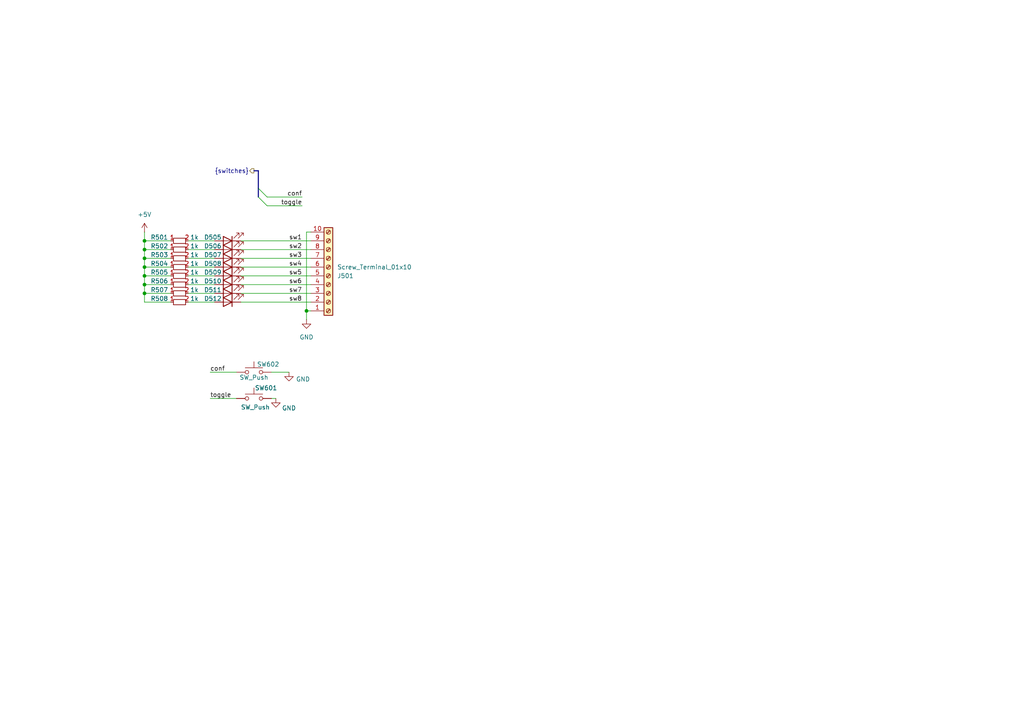
<source format=kicad_sch>
(kicad_sch (version 20231120) (generator "eeschema") (generator_version "8.0")
  (paper "A4")
  (lib_symbols
    (symbol "Connector:Screw_Terminal_01x10" (pin_names (offset 1.016) hide)
      (property "Reference" "J" (at 0 12.7 0))
      (property "Value" "Screw_Terminal_01x10" (at 0 -15.24 0))
      (symbol "Screw_Terminal_01x10_1_1"
        (rectangle (start -1.27 11.43) (end 1.27 -13.97) (stroke (width 0.254)) (fill (type background)))
        (circle (center 0 -12.7) (radius 0.635) (stroke (width 0.1524)))
        (circle (center 0 -10.16) (radius 0.635) (stroke (width 0.1524)))
        (circle (center 0 -7.62) (radius 0.635) (stroke (width 0.1524)))
        (circle (center 0 -5.08) (radius 0.635) (stroke (width 0.1524)))
        (circle (center 0 -2.54) (radius 0.635) (stroke (width 0.1524)))
        (polyline (pts (xy -0.5334 -12.3698) (xy 0.3302 -13.208)) (stroke (width 0.1524)))
        (polyline (pts (xy -0.5334 -9.8298) (xy 0.3302 -10.668)) (stroke (width 0.1524)))
        (polyline (pts (xy -0.5334 -7.2898) (xy 0.3302 -8.128)) (stroke (width 0.1524)))
        (polyline (pts (xy -0.5334 -4.7498) (xy 0.3302 -5.588)) (stroke (width 0.1524)))
        (polyline (pts (xy -0.5334 -2.2098) (xy 0.3302 -3.048)) (stroke (width 0.1524)))
        (polyline (pts (xy -0.5334 0.3302) (xy 0.3302 -0.508)) (stroke (width 0.1524)))
        (polyline (pts (xy -0.5334 2.8702) (xy 0.3302 2.032)) (stroke (width 0.1524)))
        (polyline (pts (xy -0.5334 5.4102) (xy 0.3302 4.572)) (stroke (width 0.1524)))
        (polyline (pts (xy -0.5334 7.9502) (xy 0.3302 7.112)) (stroke (width 0.1524)))
        (polyline (pts (xy -0.5334 10.4902) (xy 0.3302 9.652)) (stroke (width 0.1524)))
        (polyline (pts (xy -0.3556 -12.192) (xy 0.508 -13.0302)) (stroke (width 0.1524)))
        (polyline (pts (xy -0.3556 -9.652) (xy 0.508 -10.4902)) (stroke (width 0.1524)))
        (polyline (pts (xy -0.3556 -7.112) (xy 0.508 -7.9502)) (stroke (width 0.1524)))
        (polyline (pts (xy -0.3556 -4.572) (xy 0.508 -5.4102)) (stroke (width 0.1524)))
        (polyline (pts (xy -0.3556 -2.032) (xy 0.508 -2.8702)) (stroke (width 0.1524)))
        (polyline (pts (xy -0.3556 0.508) (xy 0.508 -0.3302)) (stroke (width 0.1524)))
        (polyline (pts (xy -0.3556 3.048) (xy 0.508 2.2098)) (stroke (width 0.1524)))
        (polyline (pts (xy -0.3556 5.588) (xy 0.508 4.7498)) (stroke (width 0.1524)))
        (polyline (pts (xy -0.3556 8.128) (xy 0.508 7.2898)) (stroke (width 0.1524)))
        (polyline (pts (xy -0.3556 10.668) (xy 0.508 9.8298)) (stroke (width 0.1524)))
        (circle (center 0 0) (radius 0.635) (stroke (width 0.1524)))
        (circle (center 0 2.54) (radius 0.635) (stroke (width 0.1524)))
        (circle (center 0 5.08) (radius 0.635) (stroke (width 0.1524)))
        (circle (center 0 7.62) (radius 0.635) (stroke (width 0.1524)))
        (circle (center 0 10.16) (radius 0.635) (stroke (width 0.1524)))
        (pin passive line (at -5.08 10.16 0) (length 3.81) (name "Pin_1") (number "1"))
        (pin passive line (at -5.08 -12.7 0) (length 3.81) (name "Pin_10") (number "10"))
        (pin passive line (at -5.08 7.62 0) (length 3.81) (name "Pin_2") (number "2"))
        (pin passive line (at -5.08 5.08 0) (length 3.81) (name "Pin_3") (number "3"))
        (pin passive line (at -5.08 2.54 0) (length 3.81) (name "Pin_4") (number "4"))
        (pin passive line (at -5.08 0 0) (length 3.81) (name "Pin_5") (number "5"))
        (pin passive line (at -5.08 -2.54 0) (length 3.81) (name "Pin_6") (number "6"))
        (pin passive line (at -5.08 -5.08 0) (length 3.81) (name "Pin_7") (number "7"))
        (pin passive line (at -5.08 -7.62 0) (length 3.81) (name "Pin_8") (number "8"))
        (pin passive line (at -5.08 -10.16 0) (length 3.81) (name "Pin_9") (number "9"))
      )
    )
    (symbol "GND_1" (power) (pin_numbers hide) (pin_names (offset 0) hide)
      (property "Value" "GND" (at 0 -3.81 0))
      (symbol "GND_1_0_1"
        (polyline (pts (xy 0 0) (xy 0 -1.27) (xy 1.27 -1.27) (xy 0 -2.54) (xy -1.27 -1.27) (xy 0 -1.27)))
      )
      (symbol "GND_1_1_1"
        (pin power_in line (at 0 0 270) (length 0) (name "~") (number "1"))
      )
    )
    (symbol "custom_kicad_lib_sk:LED" (pin_numbers hide) (pin_names (offset 1.016) hide)
      (property "Reference" "D" (at 0 2.54 0))
      (property "Value" "LED" (at 0 -2.54 0))
      (symbol "LED_0_1"
        (polyline (pts (xy -1.27 -1.27) (xy -1.27 1.27)) (stroke (width 0.254)))
        (polyline (pts (xy -1.27 0) (xy 1.27 0)))
        (polyline (pts (xy 1.27 -1.27) (xy 1.27 1.27) (xy -1.27 0) (xy 1.27 -1.27)) (stroke (width 0.254)))
        (polyline (pts (xy -3.048 -0.762) (xy -4.572 -2.286) (xy -3.81 -2.286) (xy -4.572 -2.286) (xy -4.572 -1.524)))
        (polyline (pts (xy -1.778 -0.762) (xy -3.302 -2.286) (xy -2.54 -2.286) (xy -3.302 -2.286) (xy -3.302 -1.524)))
      )
      (symbol "LED_1_1"
        (pin passive line (at -3.81 0 0) (length 2.54) (name "K") (number "1"))
        (pin passive line (at 3.81 0 180) (length 2.54) (name "A") (number "2"))
      )
    )
    (symbol "custom_kicad_lib_sk:tactile_SMD_6mm" (pin_numbers hide) (pin_names (offset 1.016) hide)
      (property "Reference" "SW" (at 1.27 2.54 0))
      (property "Value" "SW_Push" (at 0 -1.524 0))
      (symbol "tactile_SMD_6mm_0_1"
        (circle (center -2.032 0) (radius 0.508))
        (polyline (pts (xy 0 1.27) (xy 0 3.048)))
        (polyline (pts (xy 2.54 1.27) (xy -2.54 1.27)))
        (circle (center 2.032 0) (radius 0.508))
        (pin passive line (at -5.08 0 0) (length 2.54) (name "1") (number "1"))
        (pin passive line (at 5.08 0 180) (length 2.54) (name "2") (number "2"))
      )
    )
    (symbol "power:+5V" (power) (pin_numbers hide) (pin_names (offset 0) hide)
      (property "Value" "+5V" (at 0 3.556 0))
      (symbol "+5V_0_1"
        (polyline (pts (xy -0.762 1.27) (xy 0 2.54)))
        (polyline (pts (xy 0 0) (xy 0 2.54)))
        (polyline (pts (xy 0 2.54) (xy 0.762 1.27)))
      )
      (symbol "+5V_1_1"
        (pin power_in line (at 0 0 90) (length 0) (name "~") (number "1"))
      )
    )
    (symbol "power:GND" (power) (pin_names (offset 0))
      (property "Value" "GND" (at 0 -3.81 0))
      (symbol "GND_0_1"
        (polyline (pts (xy 0 0) (xy 0 -1.27) (xy 1.27 -1.27) (xy 0 -2.54) (xy -1.27 -1.27) (xy 0 -1.27)))
      )
      (symbol "GND_1_1"
        (pin power_in line (at 0 0 270) (length 0) hide (name "GND") (number "1"))
      )
    )
    (symbol "resistors_0603:R_1k_0603"
      (property "Reference" "R" (at 1.27 2.54 0))
      (property "Value" "1k" (at 2.54 -2.54 0))
      (symbol "R_1k_0603_0_1"
        (rectangle (start -0.762 1.778) (end 0.762 -1.778) (stroke (width 0.2032)))
      )
      (symbol "R_1k_0603_1_1"
        (pin passive line (at 0 2.54 270) (length 0.762) (name "~") (number "1"))
        (pin passive line (at 0 -2.54 90) (length 0.762) (name "~") (number "2"))
      )
    )
  )
  (junction (at 41.91 80.01))
  (junction (at 41.91 82.55))
  (junction (at 41.91 72.39))
  (junction (at 41.91 85.09))
  (junction (at 41.91 69.85))
  (junction (at 41.91 77.47))
  (junction (at 88.9 90.17))
  (junction (at 41.91 74.93))
  (bus_entry (at 74.93 54.61) (size 2.54 2.54))
  (bus_entry (at 74.93 57.15) (size 2.54 2.54))
  (bus (pts (xy 74.93 54.61) (xy 74.93 57.15)))
  (wire (pts (xy 69.85 80.01) (xy 90.17 80.01)))
  (wire (pts (xy 41.91 77.47) (xy 41.91 80.01)))
  (wire (pts (xy 77.47 59.69) (xy 87.63 59.69)))
  (wire (pts (xy 41.91 80.01) (xy 41.91 82.55)))
  (wire (pts (xy 41.91 85.09) (xy 41.91 87.63)))
  (wire (pts (xy 69.85 69.85) (xy 90.17 69.85)))
  (wire (pts (xy 41.91 87.63) (xy 49.53 87.63)))
  (wire (pts (xy 41.91 82.55) (xy 41.91 85.09)))
  (wire (pts (xy 69.85 85.09) (xy 90.17 85.09)))
  (wire (pts (xy 41.91 72.39) (xy 49.53 72.39)))
  (wire (pts (xy 54.61 85.09) (xy 62.23 85.09)))
  (wire (pts (xy 69.85 82.55) (xy 90.17 82.55)))
  (wire (pts (xy 41.91 69.85) (xy 49.53 69.85)))
  (bus (pts (xy 74.93 49.53) (xy 74.93 54.61)))
  (wire (pts (xy 77.47 57.15) (xy 87.63 57.15)))
  (wire (pts (xy 41.91 67.31) (xy 41.91 69.85)))
  (wire (pts (xy 54.61 72.39) (xy 62.23 72.39)))
  (wire (pts (xy 69.85 77.47) (xy 90.17 77.47)))
  (wire (pts (xy 41.91 82.55) (xy 49.53 82.55)))
  (wire (pts (xy 60.96 107.95) (xy 68.58 107.95)))
  (wire (pts (xy 54.61 77.47) (xy 62.23 77.47)))
  (wire (pts (xy 41.91 74.93) (xy 41.91 77.47)))
  (wire (pts (xy 41.91 77.47) (xy 49.53 77.47)))
  (wire (pts (xy 54.61 82.55) (xy 62.23 82.55)))
  (wire (pts (xy 69.85 87.63) (xy 90.17 87.63)))
  (wire (pts (xy 41.91 69.85) (xy 41.91 72.39)))
  (wire (pts (xy 41.91 85.09) (xy 49.53 85.09)))
  (wire (pts (xy 88.9 90.17) (xy 90.17 90.17)))
  (wire (pts (xy 41.91 72.39) (xy 41.91 74.93)))
  (wire (pts (xy 54.61 74.93) (xy 62.23 74.93)))
  (wire (pts (xy 41.91 80.01) (xy 49.53 80.01)))
  (wire (pts (xy 78.74 115.57) (xy 80.01 115.57)))
  (wire (pts (xy 88.9 90.17) (xy 88.9 92.71)))
  (wire (pts (xy 88.9 67.31) (xy 88.9 90.17)))
  (wire (pts (xy 41.91 74.93) (xy 49.53 74.93)))
  (wire (pts (xy 54.61 87.63) (xy 62.23 87.63)))
  (wire (pts (xy 69.85 74.93) (xy 90.17 74.93)))
  (wire (pts (xy 88.9 67.31) (xy 90.17 67.31)))
  (wire (pts (xy 78.74 107.95) (xy 83.82 107.95)))
  (bus (pts (xy 73.66 49.53) (xy 74.93 49.53)))
  (wire (pts (xy 54.61 69.85) (xy 62.23 69.85)))
  (wire (pts (xy 69.85 72.39) (xy 90.17 72.39)))
  (wire (pts (xy 54.61 80.01) (xy 62.23 80.01)))
  (wire (pts (xy 60.96 115.57) (xy 68.58 115.57)))
  (label "sw3" (at 83.82 74.93 0))
  (label "conf" (at 60.96 107.95 0))
  (label "sw1" (at 83.82 69.85 0))
  (label "sw2" (at 83.82 72.39 0))
  (label "conf" (at 87.63 57.15 180))
  (label "sw8" (at 83.82 87.63 0))
  (label "toggle" (at 60.96 115.57 0))
  (label "sw4" (at 83.82 77.47 0))
  (label "sw5" (at 83.82 80.01 0))
  (label "sw7" (at 83.82 85.09 0))
  (label "sw6" (at 83.82 82.55 0))
  (label "toggle" (at 87.63 59.69 180))
  (hierarchical_label "{switches}" (shape output) (at 73.66 49.53 180))
  (symbol (lib_id "resistors_0603:R_1k_0603") (at 52.07 87.63 90) (unit 1)
    (property "Reference" "R508" (at 46.228 86.614 90))
    (property "Value" "1k" (at 56.388 86.614 90))
    (property "Footprint" "custom_kicad_lib_sk:R_0603_smalltext" (effects (hide yes)))
    (property "JLCPCB Part#" "C21190" (effects (hide yes)))
  )
  (symbol (lib_id "power:+5V") (at 41.91 67.31 0) (unit 1)
    (property "Reference" "#PWR0502" (effects (hide yes)))
    (property "Value" "+5V" (at 41.91 62.23 0))
    (property "Description" "Power symbol creates a global label with name \"+5V\"" (effects (hide yes)))
  )
  (symbol (lib_id "resistors_0603:R_1k_0603") (at 52.07 82.55 90) (unit 1)
    (property "Reference" "R506" (at 46.228 81.534 90))
    (property "Value" "1k" (at 56.388 81.534 90))
    (property "Footprint" "custom_kicad_lib_sk:R_0603_smalltext" (effects (hide yes)))
    (property "JLCPCB Part#" "C21190" (effects (hide yes)))
  )
  (symbol (lib_id "custom_kicad_lib_sk:LED") (at 66.04 80.01 180) (unit 1)
    (property "Reference" "D509" (at 61.722 78.994 0))
    (property "Value" "LED" (effects (hide yes)))
    (property "Footprint" "LED_SMD:LED_0805_2012Metric_Pad1.15x1.40mm_HandSolder" (effects (hide yes)))
    (property "Description" "Light emitting diode" (effects (hide yes)))
    (property "JLCPCB Part#" "C2296" (effects (hide yes)))
  )
  (symbol (lib_id "resistors_0603:R_1k_0603") (at 52.07 74.93 90) (unit 1)
    (property "Reference" "R503" (at 46.228 73.914 90))
    (property "Value" "1k" (at 56.388 73.914 90))
    (property "Footprint" "custom_kicad_lib_sk:R_0603_smalltext" (effects (hide yes)))
    (property "JLCPCB Part#" "C21190" (effects (hide yes)))
  )
  (symbol (lib_id "power:GND") (at 80.01 115.57 0) (mirror y) (unit 1)
    (property "Reference" "#PWR0601" (effects (hide yes)))
    (property "Value" "GND" (at 83.82 118.364 0))
  )
  (symbol (lib_id "custom_kicad_lib_sk:LED") (at 66.04 77.47 180) (unit 1)
    (property "Reference" "D508" (at 61.722 76.454 0))
    (property "Value" "LED" (effects (hide yes)))
    (property "Footprint" "LED_SMD:LED_0805_2012Metric_Pad1.15x1.40mm_HandSolder" (effects (hide yes)))
    (property "Description" "Light emitting diode" (effects (hide yes)))
    (property "JLCPCB Part#" "C2296" (effects (hide yes)))
  )
  (symbol (lib_id "custom_kicad_lib_sk:LED") (at 66.04 82.55 180) (unit 1)
    (property "Reference" "D510" (at 61.722 81.534 0))
    (property "Value" "LED" (effects (hide yes)))
    (property "Footprint" "LED_SMD:LED_0805_2012Metric_Pad1.15x1.40mm_HandSolder" (effects (hide yes)))
    (property "Description" "Light emitting diode" (effects (hide yes)))
    (property "JLCPCB Part#" "C2296" (effects (hide yes)))
  )
  (symbol (lib_id "resistors_0603:R_1k_0603") (at 52.07 85.09 90) (unit 1)
    (property "Reference" "R507" (at 46.228 84.074 90))
    (property "Value" "1k" (at 56.388 84.074 90))
    (property "Footprint" "custom_kicad_lib_sk:R_0603_smalltext" (effects (hide yes)))
    (property "JLCPCB Part#" "C21190" (effects (hide yes)))
  )
  (symbol (lib_id "resistors_0603:R_1k_0603") (at 52.07 69.85 90) (unit 1)
    (property "Reference" "R501" (at 46.228 68.834 90))
    (property "Value" "1k" (at 56.388 68.834 90))
    (property "Footprint" "custom_kicad_lib_sk:R_0603_smalltext" (effects (hide yes)))
    (property "JLCPCB Part#" "C21190" (effects (hide yes)))
  )
  (symbol (lib_id "custom_kicad_lib_sk:LED") (at 66.04 69.85 180) (unit 1)
    (property "Reference" "D505" (at 61.722 68.834 0))
    (property "Value" "LED" (effects (hide yes)))
    (property "Footprint" "LED_SMD:LED_0805_2012Metric_Pad1.15x1.40mm_HandSolder" (effects (hide yes)))
    (property "Description" "Light emitting diode" (effects (hide yes)))
    (property "JLCPCB Part#" "C2296" (effects (hide yes)))
  )
  (symbol (lib_id "resistors_0603:R_1k_0603") (at 52.07 80.01 90) (unit 1)
    (property "Reference" "R505" (at 46.228 78.994 90))
    (property "Value" "1k" (at 56.388 78.994 90))
    (property "Footprint" "custom_kicad_lib_sk:R_0603_smalltext" (effects (hide yes)))
    (property "JLCPCB Part#" "C21190" (effects (hide yes)))
  )
  (symbol (lib_id "resistors_0603:R_1k_0603") (at 52.07 77.47 90) (unit 1)
    (property "Reference" "R504" (at 46.228 76.454 90))
    (property "Value" "1k" (at 56.388 76.454 90))
    (property "Footprint" "custom_kicad_lib_sk:R_0603_smalltext" (effects (hide yes)))
    (property "JLCPCB Part#" "C21190" (effects (hide yes)))
  )
  (symbol (lib_id "custom_kicad_lib_sk:LED") (at 66.04 74.93 180) (unit 1)
    (property "Reference" "D507" (at 61.722 73.914 0))
    (property "Value" "LED" (effects (hide yes)))
    (property "Footprint" "LED_SMD:LED_0805_2012Metric_Pad1.15x1.40mm_HandSolder" (effects (hide yes)))
    (property "Description" "Light emitting diode" (effects (hide yes)))
    (property "JLCPCB Part#" "C2296" (effects (hide yes)))
  )
  (symbol (lib_id "custom_kicad_lib_sk:tactile_SMD_6mm") (at 73.66 107.95 0) (mirror y) (unit 1)
    (property "Reference" "SW602" (at 81.026 105.664 0) (effects (justify left)))
    (property "Value" "SW_Push" (at 73.66 109.474 0))
    (property "Footprint" "custom_kicad_lib_sk:tactile_SMD_6mm" (effects (hide yes)))
    (property "JLCPCB Part#" "C294567" (effects (hide yes)))
  )
  (symbol (lib_name "GND_1") (lib_id "power:GND") (at 88.9 92.71 0) (unit 1)
    (property "Reference" "#PWR0501" (effects (hide yes)))
    (property "Value" "GND" (at 88.9 97.79 0))
    (property "Description" "Power symbol creates a global label with name \"GND\" , ground" (effects (hide yes)))
  )
  (symbol (lib_id "custom_kicad_lib_sk:tactile_SMD_6mm") (at 73.66 115.57 0) (mirror y) (unit 1)
    (property "Reference" "SW601" (at 73.914 112.522 0) (effects (justify right)))
    (property "Value" "SW_Push" (at 69.85 118.11 0) (effects (justify right)))
    (property "Footprint" "custom_kicad_lib_sk:tactile_SMD_6mm" (effects (hide yes)))
    (property "JLCPCB Part#" "C294567" (effects (hide yes)))
  )
  (symbol (lib_id "custom_kicad_lib_sk:LED") (at 66.04 85.09 180) (unit 1)
    (property "Reference" "D511" (at 61.722 84.074 0))
    (property "Value" "LED" (effects (hide yes)))
    (property "Footprint" "LED_SMD:LED_0805_2012Metric_Pad1.15x1.40mm_HandSolder" (effects (hide yes)))
    (property "Description" "Light emitting diode" (effects (hide yes)))
    (property "JLCPCB Part#" "C2296" (effects (hide yes)))
  )
  (symbol (lib_id "power:GND") (at 83.82 107.95 0) (mirror y) (unit 1)
    (property "Reference" "#PWR0602" (effects (hide yes)))
    (property "Value" "GND" (at 87.884 109.982 0))
  )
  (symbol (lib_id "custom_kicad_lib_sk:LED") (at 66.04 72.39 180) (unit 1)
    (property "Reference" "D506" (at 61.722 71.374 0))
    (property "Value" "LED" (effects (hide yes)))
    (property "Footprint" "LED_SMD:LED_0805_2012Metric_Pad1.15x1.40mm_HandSolder" (effects (hide yes)))
    (property "Description" "Light emitting diode" (effects (hide yes)))
    (property "JLCPCB Part#" "C2296" (effects (hide yes)))
  )
  (symbol (lib_id "resistors_0603:R_1k_0603") (at 52.07 72.39 90) (unit 1)
    (property "Reference" "R502" (at 46.228 71.374 90))
    (property "Value" "1k" (at 56.388 71.374 90))
    (property "Footprint" "custom_kicad_lib_sk:R_0603_smalltext" (effects (hide yes)))
    (property "JLCPCB Part#" "C21190" (effects (hide yes)))
  )
  (symbol (lib_id "Connector:Screw_Terminal_01x10") (at 95.25 80.01 0) (mirror x) (unit 1)
    (property "Reference" "J501" (at 97.79 80.0101 0) (effects (justify left)))
    (property "Value" "Screw_Terminal_01x10" (at 97.79 77.4701 0) (effects (justify left)))
    (property "Footprint" "TerminalBlock_Phoenix:TerminalBlock_Phoenix_MPT-0,5-10-2.54_1x10_P2.54mm_Horizontal" (effects (hide yes)))
    (property "Description" "Generic screw terminal, single row, 01x10, script generated (kicad-library-utils/schlib/autogen/connector/)" (effects (hide yes)))
    (property "JLCPCB Part#" "C474928" (effects (hide yes)))
  )
  (symbol (lib_id "custom_kicad_lib_sk:LED") (at 66.04 87.63 180) (unit 1)
    (property "Reference" "D512" (at 61.722 86.614 0))
    (property "Value" "LED" (effects (hide yes)))
    (property "Footprint" "LED_SMD:LED_0805_2012Metric_Pad1.15x1.40mm_HandSolder" (effects (hide yes)))
    (property "Description" "Light emitting diode" (effects (hide yes)))
    (property "JLCPCB Part#" "C2296" (effects (hide yes)))
  )
)
</source>
